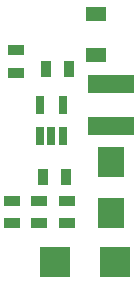
<source format=gbr>
%TF.GenerationSoftware,KiCad,Pcbnew,6.0.4-6f826c9f35~116~ubuntu20.04.1*%
%TF.CreationDate,2022-04-06T12:57:03+00:00*%
%TF.ProjectId,STEPUPDC02A,53544550-5550-4444-9330-32412e6b6963,rev?*%
%TF.SameCoordinates,Original*%
%TF.FileFunction,Paste,Bot*%
%TF.FilePolarity,Positive*%
%FSLAX46Y46*%
G04 Gerber Fmt 4.6, Leading zero omitted, Abs format (unit mm)*
G04 Created by KiCad (PCBNEW 6.0.4-6f826c9f35~116~ubuntu20.04.1) date 2022-04-06 12:57:03*
%MOMM*%
%LPD*%
G01*
G04 APERTURE LIST*
%ADD10R,2.300000X2.500000*%
%ADD11R,4.000000X1.600000*%
%ADD12R,1.397000X0.889000*%
%ADD13R,0.650000X1.560000*%
%ADD14R,1.700000X1.300000*%
%ADD15R,2.550160X2.499360*%
%ADD16R,0.889000X1.397000*%
G04 APERTURE END LIST*
D10*
%TO.C,D1*%
X11430000Y15884000D03*
X11430000Y20184000D03*
%TD*%
D11*
%TO.C,L1*%
X11430000Y26819000D03*
X11430000Y23219000D03*
%TD*%
D12*
%TO.C,R1*%
X3429000Y29654500D03*
X3429000Y27749500D03*
%TD*%
D13*
%TO.C,U1*%
X7366000Y22352000D03*
X6416000Y22352000D03*
X5466000Y22352000D03*
X5466000Y25052000D03*
X7366000Y25052000D03*
%TD*%
D14*
%TO.C,D2*%
X10160000Y29238000D03*
X10160000Y32738000D03*
%TD*%
D12*
%TO.C,C1*%
X3048000Y14986000D03*
X3048000Y16891000D03*
%TD*%
%TO.C,C2*%
X7747000Y14986000D03*
X7747000Y16891000D03*
%TD*%
D15*
%TO.C,C5*%
X11780520Y11684000D03*
X6731000Y11684000D03*
%TD*%
D12*
%TO.C,R2*%
X5334000Y14986000D03*
X5334000Y16891000D03*
%TD*%
D16*
%TO.C,R4*%
X5715000Y18923000D03*
X7620000Y18923000D03*
%TD*%
%TO.C,C6*%
X7874000Y28067000D03*
X5969000Y28067000D03*
%TD*%
M02*

</source>
